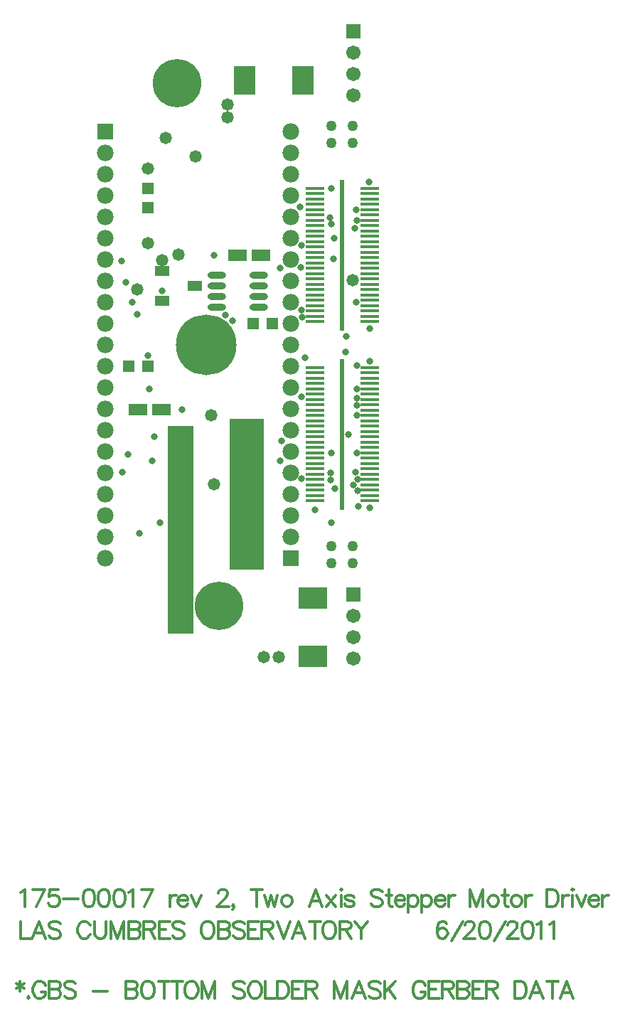
<source format=gbs>
%FSLAX23Y23*%
%MOIN*%
G70*
G01*
G75*
G04 Layer_Color=16711935*
%ADD10R,0.079X0.236*%
%ADD11C,0.008*%
%ADD12C,0.007*%
%ADD13C,0.050*%
%ADD14C,0.020*%
%ADD15C,0.012*%
%ADD16C,0.012*%
%ADD17C,0.012*%
%ADD18R,0.070X0.070*%
%ADD19C,0.070*%
%ADD20C,0.219*%
%ADD21C,0.276*%
%ADD22C,0.059*%
%ADD23R,0.059X0.059*%
%ADD24C,0.050*%
%ADD25C,0.024*%
%ADD26C,0.040*%
%ADD27C,0.080*%
G04:AMPARAMS|DCode=28|XSize=100mil|YSize=100mil|CornerRadius=0mil|HoleSize=0mil|Usage=FLASHONLY|Rotation=0.000|XOffset=0mil|YOffset=0mil|HoleType=Round|Shape=Relief|Width=10mil|Gap=10mil|Entries=4|*
%AMTHD28*
7,0,0,0.100,0.080,0.010,45*
%
%ADD28THD28*%
%ADD29C,0.206*%
%ADD30C,0.197*%
%ADD31C,0.075*%
G04:AMPARAMS|DCode=32|XSize=85mil|YSize=85mil|CornerRadius=0mil|HoleSize=0mil|Usage=FLASHONLY|Rotation=0.000|XOffset=0mil|YOffset=0mil|HoleType=Round|Shape=Relief|Width=10mil|Gap=10mil|Entries=4|*
%AMTHD32*
7,0,0,0.085,0.065,0.010,45*
%
%ADD32THD32*%
%ADD33C,0.065*%
G04:AMPARAMS|DCode=34|XSize=70mil|YSize=70mil|CornerRadius=0mil|HoleSize=0mil|Usage=FLASHONLY|Rotation=0.000|XOffset=0mil|YOffset=0mil|HoleType=Round|Shape=Relief|Width=10mil|Gap=10mil|Entries=4|*
%AMTHD34*
7,0,0,0.070,0.050,0.010,45*
%
%ADD34THD34*%
%ADD35C,0.068*%
G04:AMPARAMS|DCode=36|XSize=88mil|YSize=88mil|CornerRadius=0mil|HoleSize=0mil|Usage=FLASHONLY|Rotation=0.000|XOffset=0mil|YOffset=0mil|HoleType=Round|Shape=Relief|Width=10mil|Gap=10mil|Entries=4|*
%AMTHD36*
7,0,0,0.088,0.068,0.010,45*
%
%ADD36THD36*%
%ADD37C,0.075*%
%ADD38C,0.010*%
%ADD39R,0.094X0.130*%
%ADD40R,0.050X0.050*%
%ADD41R,0.078X0.048*%
%ADD42R,0.050X0.050*%
%ADD43R,0.059X0.039*%
%ADD44R,0.085X0.016*%
%ADD45R,0.020X0.709*%
%ADD46R,0.130X0.094*%
%ADD47O,0.079X0.024*%
%ADD48C,0.005*%
%ADD49C,0.030*%
%ADD50C,0.008*%
%ADD51C,0.006*%
%ADD52C,0.015*%
%ADD53R,0.149X0.227*%
%ADD54R,0.087X0.244*%
%ADD55R,0.078X0.078*%
%ADD56C,0.078*%
%ADD57C,0.227*%
%ADD58C,0.284*%
%ADD59C,0.067*%
%ADD60R,0.067X0.067*%
%ADD61C,0.032*%
%ADD62C,0.058*%
%ADD63R,0.160X0.710*%
%ADD64R,0.120X0.972*%
%ADD65R,0.102X0.138*%
%ADD66R,0.058X0.058*%
%ADD67R,0.086X0.056*%
%ADD68R,0.058X0.058*%
%ADD69R,0.067X0.047*%
%ADD70R,0.138X0.102*%
%ADD71O,0.087X0.032*%
D15*
X31016Y18832D02*
Y18786D01*
X30997Y18821D02*
X31035Y18798D01*
Y18821D02*
X30997Y18798D01*
X31055Y18760D02*
X31051Y18756D01*
X31055Y18752D01*
X31059Y18756D01*
X31055Y18760D01*
X31133Y18813D02*
X31130Y18821D01*
X31122Y18828D01*
X31114Y18832D01*
X31099D01*
X31092Y18828D01*
X31084Y18821D01*
X31080Y18813D01*
X31076Y18802D01*
Y18783D01*
X31080Y18771D01*
X31084Y18763D01*
X31092Y18756D01*
X31099Y18752D01*
X31114D01*
X31122Y18756D01*
X31130Y18763D01*
X31133Y18771D01*
Y18783D01*
X31114D02*
X31133D01*
X31152Y18832D02*
Y18752D01*
Y18832D02*
X31186D01*
X31197Y18828D01*
X31201Y18824D01*
X31205Y18817D01*
Y18809D01*
X31201Y18802D01*
X31197Y18798D01*
X31186Y18794D01*
X31152D02*
X31186D01*
X31197Y18790D01*
X31201Y18786D01*
X31205Y18779D01*
Y18767D01*
X31201Y18760D01*
X31197Y18756D01*
X31186Y18752D01*
X31152D01*
X31276Y18821D02*
X31269Y18828D01*
X31257Y18832D01*
X31242D01*
X31231Y18828D01*
X31223Y18821D01*
Y18813D01*
X31227Y18805D01*
X31231Y18802D01*
X31238Y18798D01*
X31261Y18790D01*
X31269Y18786D01*
X31273Y18783D01*
X31276Y18775D01*
Y18763D01*
X31269Y18756D01*
X31257Y18752D01*
X31242D01*
X31231Y18756D01*
X31223Y18763D01*
X31357Y18786D02*
X31426D01*
X31512Y18832D02*
Y18752D01*
Y18832D02*
X31546D01*
X31558Y18828D01*
X31562Y18824D01*
X31565Y18817D01*
Y18809D01*
X31562Y18802D01*
X31558Y18798D01*
X31546Y18794D01*
X31512D02*
X31546D01*
X31558Y18790D01*
X31562Y18786D01*
X31565Y18779D01*
Y18767D01*
X31562Y18760D01*
X31558Y18756D01*
X31546Y18752D01*
X31512D01*
X31606Y18832D02*
X31599Y18828D01*
X31591Y18821D01*
X31587Y18813D01*
X31583Y18802D01*
Y18783D01*
X31587Y18771D01*
X31591Y18763D01*
X31599Y18756D01*
X31606Y18752D01*
X31621D01*
X31629Y18756D01*
X31637Y18763D01*
X31640Y18771D01*
X31644Y18783D01*
Y18802D01*
X31640Y18813D01*
X31637Y18821D01*
X31629Y18828D01*
X31621Y18832D01*
X31606D01*
X31690D02*
Y18752D01*
X31663Y18832D02*
X31716D01*
X31752D02*
Y18752D01*
X31726Y18832D02*
X31779D01*
X31811D02*
X31804Y18828D01*
X31796Y18821D01*
X31792Y18813D01*
X31789Y18802D01*
Y18783D01*
X31792Y18771D01*
X31796Y18763D01*
X31804Y18756D01*
X31811Y18752D01*
X31827D01*
X31834Y18756D01*
X31842Y18763D01*
X31846Y18771D01*
X31850Y18783D01*
Y18802D01*
X31846Y18813D01*
X31842Y18821D01*
X31834Y18828D01*
X31827Y18832D01*
X31811D01*
X31868D02*
Y18752D01*
Y18832D02*
X31899Y18752D01*
X31929Y18832D02*
X31899Y18752D01*
X31929Y18832D02*
Y18752D01*
X32068Y18821D02*
X32061Y18828D01*
X32049Y18832D01*
X32034D01*
X32022Y18828D01*
X32015Y18821D01*
Y18813D01*
X32019Y18805D01*
X32022Y18802D01*
X32030Y18798D01*
X32053Y18790D01*
X32061Y18786D01*
X32064Y18783D01*
X32068Y18775D01*
Y18763D01*
X32061Y18756D01*
X32049Y18752D01*
X32034D01*
X32022Y18756D01*
X32015Y18763D01*
X32109Y18832D02*
X32101Y18828D01*
X32094Y18821D01*
X32090Y18813D01*
X32086Y18802D01*
Y18783D01*
X32090Y18771D01*
X32094Y18763D01*
X32101Y18756D01*
X32109Y18752D01*
X32124D01*
X32132Y18756D01*
X32139Y18763D01*
X32143Y18771D01*
X32147Y18783D01*
Y18802D01*
X32143Y18813D01*
X32139Y18821D01*
X32132Y18828D01*
X32124Y18832D01*
X32109D01*
X32166D02*
Y18752D01*
X32211D01*
X32220Y18832D02*
Y18752D01*
Y18832D02*
X32247D01*
X32258Y18828D01*
X32266Y18821D01*
X32270Y18813D01*
X32273Y18802D01*
Y18783D01*
X32270Y18771D01*
X32266Y18763D01*
X32258Y18756D01*
X32247Y18752D01*
X32220D01*
X32341Y18832D02*
X32291D01*
Y18752D01*
X32341D01*
X32291Y18794D02*
X32322D01*
X32354Y18832D02*
Y18752D01*
Y18832D02*
X32388D01*
X32400Y18828D01*
X32404Y18824D01*
X32408Y18817D01*
Y18809D01*
X32404Y18802D01*
X32400Y18798D01*
X32388Y18794D01*
X32354D01*
X32381D02*
X32408Y18752D01*
X32488Y18832D02*
Y18752D01*
Y18832D02*
X32519Y18752D01*
X32549Y18832D02*
X32519Y18752D01*
X32549Y18832D02*
Y18752D01*
X32633D02*
X32603Y18832D01*
X32572Y18752D01*
X32583Y18779D02*
X32622D01*
X32705Y18821D02*
X32697Y18828D01*
X32686Y18832D01*
X32671D01*
X32659Y18828D01*
X32652Y18821D01*
Y18813D01*
X32655Y18805D01*
X32659Y18802D01*
X32667Y18798D01*
X32690Y18790D01*
X32697Y18786D01*
X32701Y18783D01*
X32705Y18775D01*
Y18763D01*
X32697Y18756D01*
X32686Y18752D01*
X32671D01*
X32659Y18756D01*
X32652Y18763D01*
X32723Y18832D02*
Y18752D01*
X32776Y18832D02*
X32723Y18779D01*
X32742Y18798D02*
X32776Y18752D01*
X32914Y18813D02*
X32910Y18821D01*
X32903Y18828D01*
X32895Y18832D01*
X32880D01*
X32872Y18828D01*
X32865Y18821D01*
X32861Y18813D01*
X32857Y18802D01*
Y18783D01*
X32861Y18771D01*
X32865Y18763D01*
X32872Y18756D01*
X32880Y18752D01*
X32895D01*
X32903Y18756D01*
X32910Y18763D01*
X32914Y18771D01*
Y18783D01*
X32895D02*
X32914D01*
X32982Y18832D02*
X32932D01*
Y18752D01*
X32982D01*
X32932Y18794D02*
X32963D01*
X32995Y18832D02*
Y18752D01*
Y18832D02*
X33029D01*
X33041Y18828D01*
X33045Y18824D01*
X33049Y18817D01*
Y18809D01*
X33045Y18802D01*
X33041Y18798D01*
X33029Y18794D01*
X32995D01*
X33022D02*
X33049Y18752D01*
X33066Y18832D02*
Y18752D01*
Y18832D02*
X33101D01*
X33112Y18828D01*
X33116Y18824D01*
X33120Y18817D01*
Y18809D01*
X33116Y18802D01*
X33112Y18798D01*
X33101Y18794D01*
X33066D02*
X33101D01*
X33112Y18790D01*
X33116Y18786D01*
X33120Y18779D01*
Y18767D01*
X33116Y18760D01*
X33112Y18756D01*
X33101Y18752D01*
X33066D01*
X33187Y18832D02*
X33138D01*
Y18752D01*
X33187D01*
X33138Y18794D02*
X33168D01*
X33200Y18832D02*
Y18752D01*
Y18832D02*
X33235D01*
X33246Y18828D01*
X33250Y18824D01*
X33254Y18817D01*
Y18809D01*
X33250Y18802D01*
X33246Y18798D01*
X33235Y18794D01*
X33200D01*
X33227D02*
X33254Y18752D01*
X33335Y18832D02*
Y18752D01*
Y18832D02*
X33361D01*
X33373Y18828D01*
X33380Y18821D01*
X33384Y18813D01*
X33388Y18802D01*
Y18783D01*
X33384Y18771D01*
X33380Y18763D01*
X33373Y18756D01*
X33361Y18752D01*
X33335D01*
X33467D02*
X33436Y18832D01*
X33406Y18752D01*
X33417Y18779D02*
X33455D01*
X33512Y18832D02*
Y18752D01*
X33485Y18832D02*
X33539D01*
X33609Y18752D02*
X33579Y18832D01*
X33548Y18752D01*
X33560Y18779D02*
X33598D01*
D16*
X31018Y19113D02*
Y19033D01*
X31063D01*
X31133D02*
X31103Y19113D01*
X31072Y19033D01*
X31084Y19059D02*
X31122D01*
X31205Y19101D02*
X31198Y19109D01*
X31186Y19113D01*
X31171D01*
X31159Y19109D01*
X31152Y19101D01*
Y19094D01*
X31156Y19086D01*
X31159Y19082D01*
X31167Y19078D01*
X31190Y19071D01*
X31198Y19067D01*
X31201Y19063D01*
X31205Y19055D01*
Y19044D01*
X31198Y19036D01*
X31186Y19033D01*
X31171D01*
X31159Y19036D01*
X31152Y19044D01*
X31343Y19094D02*
X31339Y19101D01*
X31332Y19109D01*
X31324Y19113D01*
X31309D01*
X31301Y19109D01*
X31294Y19101D01*
X31290Y19094D01*
X31286Y19082D01*
Y19063D01*
X31290Y19052D01*
X31294Y19044D01*
X31301Y19036D01*
X31309Y19033D01*
X31324D01*
X31332Y19036D01*
X31339Y19044D01*
X31343Y19052D01*
X31366Y19113D02*
Y19055D01*
X31369Y19044D01*
X31377Y19036D01*
X31388Y19033D01*
X31396D01*
X31407Y19036D01*
X31415Y19044D01*
X31419Y19055D01*
Y19113D01*
X31441D02*
Y19033D01*
Y19113D02*
X31471Y19033D01*
X31502Y19113D02*
X31471Y19033D01*
X31502Y19113D02*
Y19033D01*
X31525Y19113D02*
Y19033D01*
Y19113D02*
X31559D01*
X31570Y19109D01*
X31574Y19105D01*
X31578Y19097D01*
Y19090D01*
X31574Y19082D01*
X31570Y19078D01*
X31559Y19075D01*
X31525D02*
X31559D01*
X31570Y19071D01*
X31574Y19067D01*
X31578Y19059D01*
Y19048D01*
X31574Y19040D01*
X31570Y19036D01*
X31559Y19033D01*
X31525D01*
X31596Y19113D02*
Y19033D01*
Y19113D02*
X31630D01*
X31642Y19109D01*
X31645Y19105D01*
X31649Y19097D01*
Y19090D01*
X31645Y19082D01*
X31642Y19078D01*
X31630Y19075D01*
X31596D01*
X31623D02*
X31649Y19033D01*
X31717Y19113D02*
X31667D01*
Y19033D01*
X31717D01*
X31667Y19075D02*
X31698D01*
X31783Y19101D02*
X31776Y19109D01*
X31764Y19113D01*
X31749D01*
X31738Y19109D01*
X31730Y19101D01*
Y19094D01*
X31734Y19086D01*
X31738Y19082D01*
X31745Y19078D01*
X31768Y19071D01*
X31776Y19067D01*
X31780Y19063D01*
X31783Y19055D01*
Y19044D01*
X31776Y19036D01*
X31764Y19033D01*
X31749D01*
X31738Y19036D01*
X31730Y19044D01*
X31887Y19113D02*
X31879Y19109D01*
X31872Y19101D01*
X31868Y19094D01*
X31864Y19082D01*
Y19063D01*
X31868Y19052D01*
X31872Y19044D01*
X31879Y19036D01*
X31887Y19033D01*
X31902D01*
X31910Y19036D01*
X31917Y19044D01*
X31921Y19052D01*
X31925Y19063D01*
Y19082D01*
X31921Y19094D01*
X31917Y19101D01*
X31910Y19109D01*
X31902Y19113D01*
X31887D01*
X31944D02*
Y19033D01*
Y19113D02*
X31978D01*
X31989Y19109D01*
X31993Y19105D01*
X31997Y19097D01*
Y19090D01*
X31993Y19082D01*
X31989Y19078D01*
X31978Y19075D01*
X31944D02*
X31978D01*
X31989Y19071D01*
X31993Y19067D01*
X31997Y19059D01*
Y19048D01*
X31993Y19040D01*
X31989Y19036D01*
X31978Y19033D01*
X31944D01*
X32068Y19101D02*
X32061Y19109D01*
X32049Y19113D01*
X32034D01*
X32023Y19109D01*
X32015Y19101D01*
Y19094D01*
X32019Y19086D01*
X32023Y19082D01*
X32030Y19078D01*
X32053Y19071D01*
X32061Y19067D01*
X32064Y19063D01*
X32068Y19055D01*
Y19044D01*
X32061Y19036D01*
X32049Y19033D01*
X32034D01*
X32023Y19036D01*
X32015Y19044D01*
X32136Y19113D02*
X32086D01*
Y19033D01*
X32136D01*
X32086Y19075D02*
X32117D01*
X32149Y19113D02*
Y19033D01*
Y19113D02*
X32183D01*
X32195Y19109D01*
X32198Y19105D01*
X32202Y19097D01*
Y19090D01*
X32198Y19082D01*
X32195Y19078D01*
X32183Y19075D01*
X32149D01*
X32176D02*
X32202Y19033D01*
X32220Y19113D02*
X32251Y19033D01*
X32281Y19113D02*
X32251Y19033D01*
X32352D02*
X32322Y19113D01*
X32291Y19033D01*
X32303Y19059D02*
X32341D01*
X32398Y19113D02*
Y19033D01*
X32371Y19113D02*
X32424D01*
X32457D02*
X32449Y19109D01*
X32441Y19101D01*
X32438Y19094D01*
X32434Y19082D01*
Y19063D01*
X32438Y19052D01*
X32441Y19044D01*
X32449Y19036D01*
X32457Y19033D01*
X32472D01*
X32480Y19036D01*
X32487Y19044D01*
X32491Y19052D01*
X32495Y19063D01*
Y19082D01*
X32491Y19094D01*
X32487Y19101D01*
X32480Y19109D01*
X32472Y19113D01*
X32457D01*
X32513D02*
Y19033D01*
Y19113D02*
X32548D01*
X32559Y19109D01*
X32563Y19105D01*
X32567Y19097D01*
Y19090D01*
X32563Y19082D01*
X32559Y19078D01*
X32548Y19075D01*
X32513D01*
X32540D02*
X32567Y19033D01*
X32585Y19113D02*
X32615Y19075D01*
Y19033D01*
X32646Y19113D02*
X32615Y19075D01*
X33016Y19101D02*
X33012Y19109D01*
X33001Y19113D01*
X32993D01*
X32982Y19109D01*
X32974Y19097D01*
X32970Y19078D01*
Y19059D01*
X32974Y19044D01*
X32982Y19036D01*
X32993Y19033D01*
X32997D01*
X33008Y19036D01*
X33016Y19044D01*
X33020Y19055D01*
Y19059D01*
X33016Y19071D01*
X33008Y19078D01*
X32997Y19082D01*
X32993D01*
X32982Y19078D01*
X32974Y19071D01*
X32970Y19059D01*
X33037Y19021D02*
X33090Y19113D01*
X33100Y19094D02*
Y19097D01*
X33103Y19105D01*
X33107Y19109D01*
X33115Y19113D01*
X33130D01*
X33138Y19109D01*
X33142Y19105D01*
X33145Y19097D01*
Y19090D01*
X33142Y19082D01*
X33134Y19071D01*
X33096Y19033D01*
X33149D01*
X33190Y19113D02*
X33178Y19109D01*
X33171Y19097D01*
X33167Y19078D01*
Y19067D01*
X33171Y19048D01*
X33178Y19036D01*
X33190Y19033D01*
X33198D01*
X33209Y19036D01*
X33217Y19048D01*
X33220Y19067D01*
Y19078D01*
X33217Y19097D01*
X33209Y19109D01*
X33198Y19113D01*
X33190D01*
X33238Y19021D02*
X33292Y19113D01*
X33301Y19094D02*
Y19097D01*
X33305Y19105D01*
X33308Y19109D01*
X33316Y19113D01*
X33331D01*
X33339Y19109D01*
X33343Y19105D01*
X33346Y19097D01*
Y19090D01*
X33343Y19082D01*
X33335Y19071D01*
X33297Y19033D01*
X33350D01*
X33391Y19113D02*
X33380Y19109D01*
X33372Y19097D01*
X33368Y19078D01*
Y19067D01*
X33372Y19048D01*
X33380Y19036D01*
X33391Y19033D01*
X33399D01*
X33410Y19036D01*
X33418Y19048D01*
X33421Y19067D01*
Y19078D01*
X33418Y19097D01*
X33410Y19109D01*
X33399Y19113D01*
X33391D01*
X33439Y19097D02*
X33447Y19101D01*
X33458Y19113D01*
Y19033D01*
X33498Y19097D02*
X33506Y19101D01*
X33517Y19113D01*
Y19033D01*
D17*
X31018Y19247D02*
X31025Y19251D01*
X31037Y19263D01*
Y19183D01*
X31130Y19263D02*
X31092Y19183D01*
X31076Y19263D02*
X31130D01*
X31193D02*
X31155D01*
X31151Y19228D01*
X31155Y19232D01*
X31167Y19236D01*
X31178D01*
X31190Y19232D01*
X31197Y19225D01*
X31201Y19213D01*
Y19205D01*
X31197Y19194D01*
X31190Y19186D01*
X31178Y19183D01*
X31167D01*
X31155Y19186D01*
X31151Y19190D01*
X31148Y19198D01*
X31219Y19217D02*
X31287D01*
X31334Y19263D02*
X31322Y19259D01*
X31315Y19247D01*
X31311Y19228D01*
Y19217D01*
X31315Y19198D01*
X31322Y19186D01*
X31334Y19183D01*
X31342D01*
X31353Y19186D01*
X31361Y19198D01*
X31364Y19217D01*
Y19228D01*
X31361Y19247D01*
X31353Y19259D01*
X31342Y19263D01*
X31334D01*
X31405D02*
X31394Y19259D01*
X31386Y19247D01*
X31382Y19228D01*
Y19217D01*
X31386Y19198D01*
X31394Y19186D01*
X31405Y19183D01*
X31413D01*
X31424Y19186D01*
X31432Y19198D01*
X31436Y19217D01*
Y19228D01*
X31432Y19247D01*
X31424Y19259D01*
X31413Y19263D01*
X31405D01*
X31476D02*
X31465Y19259D01*
X31457Y19247D01*
X31454Y19228D01*
Y19217D01*
X31457Y19198D01*
X31465Y19186D01*
X31476Y19183D01*
X31484D01*
X31495Y19186D01*
X31503Y19198D01*
X31507Y19217D01*
Y19228D01*
X31503Y19247D01*
X31495Y19259D01*
X31484Y19263D01*
X31476D01*
X31525Y19247D02*
X31532Y19251D01*
X31544Y19263D01*
Y19183D01*
X31637Y19263D02*
X31599Y19183D01*
X31583Y19263D02*
X31637D01*
X31717Y19236D02*
Y19183D01*
Y19213D02*
X31721Y19225D01*
X31729Y19232D01*
X31736Y19236D01*
X31748D01*
X31755Y19213D02*
X31801D01*
Y19221D01*
X31797Y19228D01*
X31793Y19232D01*
X31786Y19236D01*
X31774D01*
X31767Y19232D01*
X31759Y19225D01*
X31755Y19213D01*
Y19205D01*
X31759Y19194D01*
X31767Y19186D01*
X31774Y19183D01*
X31786D01*
X31793Y19186D01*
X31801Y19194D01*
X31818Y19236D02*
X31841Y19183D01*
X31864Y19236D02*
X31841Y19183D01*
X31943Y19244D02*
Y19247D01*
X31947Y19255D01*
X31951Y19259D01*
X31959Y19263D01*
X31974D01*
X31981Y19259D01*
X31985Y19255D01*
X31989Y19247D01*
Y19240D01*
X31985Y19232D01*
X31978Y19221D01*
X31939Y19183D01*
X31993D01*
X32018Y19186D02*
X32015Y19183D01*
X32011Y19186D01*
X32015Y19190D01*
X32018Y19186D01*
Y19179D01*
X32015Y19171D01*
X32011Y19167D01*
X32125Y19263D02*
Y19183D01*
X32099Y19263D02*
X32152D01*
X32162Y19236D02*
X32177Y19183D01*
X32192Y19236D02*
X32177Y19183D01*
X32192Y19236D02*
X32207Y19183D01*
X32222Y19236D02*
X32207Y19183D01*
X32260Y19236D02*
X32253Y19232D01*
X32245Y19225D01*
X32241Y19213D01*
Y19205D01*
X32245Y19194D01*
X32253Y19186D01*
X32260Y19183D01*
X32272D01*
X32279Y19186D01*
X32287Y19194D01*
X32291Y19205D01*
Y19213D01*
X32287Y19225D01*
X32279Y19232D01*
X32272Y19236D01*
X32260D01*
X32432Y19183D02*
X32401Y19263D01*
X32371Y19183D01*
X32382Y19209D02*
X32421D01*
X32451Y19236D02*
X32493Y19183D01*
Y19236D02*
X32451Y19183D01*
X32517Y19263D02*
X32521Y19259D01*
X32525Y19263D01*
X32521Y19266D01*
X32517Y19263D01*
X32521Y19236D02*
Y19183D01*
X32581Y19225D02*
X32577Y19232D01*
X32565Y19236D01*
X32554D01*
X32542Y19232D01*
X32539Y19225D01*
X32542Y19217D01*
X32550Y19213D01*
X32569Y19209D01*
X32577Y19205D01*
X32581Y19198D01*
Y19194D01*
X32577Y19186D01*
X32565Y19183D01*
X32554D01*
X32542Y19186D01*
X32539Y19194D01*
X32713Y19251D02*
X32706Y19259D01*
X32694Y19263D01*
X32679D01*
X32668Y19259D01*
X32660Y19251D01*
Y19244D01*
X32664Y19236D01*
X32668Y19232D01*
X32675Y19228D01*
X32698Y19221D01*
X32706Y19217D01*
X32710Y19213D01*
X32713Y19205D01*
Y19194D01*
X32706Y19186D01*
X32694Y19183D01*
X32679D01*
X32668Y19186D01*
X32660Y19194D01*
X32743Y19263D02*
Y19198D01*
X32747Y19186D01*
X32754Y19183D01*
X32762D01*
X32731Y19236D02*
X32758D01*
X32773Y19213D02*
X32819D01*
Y19221D01*
X32815Y19228D01*
X32811Y19232D01*
X32804Y19236D01*
X32792D01*
X32785Y19232D01*
X32777Y19225D01*
X32773Y19213D01*
Y19205D01*
X32777Y19194D01*
X32785Y19186D01*
X32792Y19183D01*
X32804D01*
X32811Y19186D01*
X32819Y19194D01*
X32836Y19236D02*
Y19156D01*
Y19225D02*
X32844Y19232D01*
X32851Y19236D01*
X32863D01*
X32870Y19232D01*
X32878Y19225D01*
X32882Y19213D01*
Y19205D01*
X32878Y19194D01*
X32870Y19186D01*
X32863Y19183D01*
X32851D01*
X32844Y19186D01*
X32836Y19194D01*
X32899Y19236D02*
Y19156D01*
Y19225D02*
X32907Y19232D01*
X32914Y19236D01*
X32926D01*
X32933Y19232D01*
X32941Y19225D01*
X32945Y19213D01*
Y19205D01*
X32941Y19194D01*
X32933Y19186D01*
X32926Y19183D01*
X32914D01*
X32907Y19186D01*
X32899Y19194D01*
X32962Y19213D02*
X33007D01*
Y19221D01*
X33004Y19228D01*
X33000Y19232D01*
X32992Y19236D01*
X32981D01*
X32973Y19232D01*
X32966Y19225D01*
X32962Y19213D01*
Y19205D01*
X32966Y19194D01*
X32973Y19186D01*
X32981Y19183D01*
X32992D01*
X33000Y19186D01*
X33007Y19194D01*
X33025Y19236D02*
Y19183D01*
Y19213D02*
X33028Y19225D01*
X33036Y19232D01*
X33044Y19236D01*
X33055D01*
X33125Y19263D02*
Y19183D01*
Y19263D02*
X33156Y19183D01*
X33186Y19263D02*
X33156Y19183D01*
X33186Y19263D02*
Y19183D01*
X33228Y19236D02*
X33220Y19232D01*
X33213Y19225D01*
X33209Y19213D01*
Y19205D01*
X33213Y19194D01*
X33220Y19186D01*
X33228Y19183D01*
X33239D01*
X33247Y19186D01*
X33255Y19194D01*
X33258Y19205D01*
Y19213D01*
X33255Y19225D01*
X33247Y19232D01*
X33239Y19236D01*
X33228D01*
X33287Y19263D02*
Y19198D01*
X33291Y19186D01*
X33299Y19183D01*
X33306D01*
X33276Y19236D02*
X33303D01*
X33337D02*
X33329Y19232D01*
X33322Y19225D01*
X33318Y19213D01*
Y19205D01*
X33322Y19194D01*
X33329Y19186D01*
X33337Y19183D01*
X33348D01*
X33356Y19186D01*
X33364Y19194D01*
X33367Y19205D01*
Y19213D01*
X33364Y19225D01*
X33356Y19232D01*
X33348Y19236D01*
X33337D01*
X33385D02*
Y19183D01*
Y19213D02*
X33389Y19225D01*
X33396Y19232D01*
X33404Y19236D01*
X33415D01*
X33485Y19263D02*
Y19183D01*
Y19263D02*
X33512D01*
X33524Y19259D01*
X33531Y19251D01*
X33535Y19244D01*
X33539Y19232D01*
Y19213D01*
X33535Y19202D01*
X33531Y19194D01*
X33524Y19186D01*
X33512Y19183D01*
X33485D01*
X33557Y19236D02*
Y19183D01*
Y19213D02*
X33560Y19225D01*
X33568Y19232D01*
X33576Y19236D01*
X33587D01*
X33602Y19263D02*
X33606Y19259D01*
X33610Y19263D01*
X33606Y19266D01*
X33602Y19263D01*
X33606Y19236D02*
Y19183D01*
X33624Y19236D02*
X33647Y19183D01*
X33669Y19236D02*
X33647Y19183D01*
X33682Y19213D02*
X33728D01*
Y19221D01*
X33724Y19228D01*
X33720Y19232D01*
X33713Y19236D01*
X33701D01*
X33694Y19232D01*
X33686Y19225D01*
X33682Y19213D01*
Y19205D01*
X33686Y19194D01*
X33694Y19186D01*
X33701Y19183D01*
X33713D01*
X33720Y19186D01*
X33728Y19194D01*
X33745Y19236D02*
Y19183D01*
Y19213D02*
X33749Y19225D01*
X33757Y19232D01*
X33764Y19236D01*
X33776D01*
D24*
X32576Y20871D02*
D03*
X32476D02*
D03*
Y20791D02*
D03*
X32576D02*
D03*
Y22841D02*
D03*
Y22761D02*
D03*
X32476Y22762D02*
D03*
Y22841D02*
D03*
D44*
X32398Y22549D02*
D03*
X32653D02*
D03*
X32398Y22449D02*
D03*
Y22474D02*
D03*
Y22499D02*
D03*
X32653Y22449D02*
D03*
Y22474D02*
D03*
Y22499D02*
D03*
X32398Y22374D02*
D03*
Y22399D02*
D03*
Y22424D02*
D03*
X32653Y22374D02*
D03*
Y22399D02*
D03*
Y22424D02*
D03*
X32398Y22299D02*
D03*
Y22324D02*
D03*
X32653Y22299D02*
D03*
Y22324D02*
D03*
X32398Y22224D02*
D03*
Y22249D02*
D03*
X32653Y22224D02*
D03*
Y22249D02*
D03*
X32398Y22149D02*
D03*
Y22174D02*
D03*
X32653Y22149D02*
D03*
Y22174D02*
D03*
X32398Y22049D02*
D03*
Y22074D02*
D03*
Y22099D02*
D03*
X32653Y22049D02*
D03*
Y22074D02*
D03*
Y22099D02*
D03*
X32398Y21974D02*
D03*
Y21999D02*
D03*
Y22024D02*
D03*
X32653Y21974D02*
D03*
Y21999D02*
D03*
Y22024D02*
D03*
X32398Y21924D02*
D03*
X32653D02*
D03*
X32398Y21659D02*
D03*
Y21684D02*
D03*
X32653Y21659D02*
D03*
Y21684D02*
D03*
X32398Y21584D02*
D03*
Y21609D02*
D03*
X32653Y21584D02*
D03*
Y21609D02*
D03*
X32398Y21509D02*
D03*
Y21534D02*
D03*
X32653Y21509D02*
D03*
Y21534D02*
D03*
X32398Y21409D02*
D03*
Y21434D02*
D03*
Y21459D02*
D03*
X32653Y21409D02*
D03*
Y21434D02*
D03*
Y21459D02*
D03*
X32398Y21334D02*
D03*
Y21359D02*
D03*
Y21384D02*
D03*
X32653Y21334D02*
D03*
Y21359D02*
D03*
Y21384D02*
D03*
X32398Y21259D02*
D03*
Y21284D02*
D03*
X32653Y21259D02*
D03*
Y21284D02*
D03*
X32398Y21184D02*
D03*
Y21209D02*
D03*
X32653Y21184D02*
D03*
Y21209D02*
D03*
X32398Y21109D02*
D03*
Y21134D02*
D03*
X32653Y21109D02*
D03*
Y21134D02*
D03*
X32398Y22524D02*
D03*
X32653D02*
D03*
X32398Y22124D02*
D03*
Y22199D02*
D03*
Y22274D02*
D03*
Y22349D02*
D03*
X32653Y22124D02*
D03*
Y22199D02*
D03*
Y22274D02*
D03*
Y22349D02*
D03*
X32398Y21949D02*
D03*
X32653D02*
D03*
X32398Y21484D02*
D03*
Y21559D02*
D03*
Y21634D02*
D03*
Y21709D02*
D03*
X32653Y21484D02*
D03*
Y21559D02*
D03*
Y21634D02*
D03*
Y21709D02*
D03*
X32398Y21159D02*
D03*
Y21234D02*
D03*
Y21309D02*
D03*
X32653Y21159D02*
D03*
Y21234D02*
D03*
Y21309D02*
D03*
X32398Y21084D02*
D03*
X32653D02*
D03*
D45*
X32526Y21396D02*
D03*
Y22236D02*
D03*
D55*
X31416Y22816D02*
D03*
X32283Y20816D02*
D03*
D56*
X31416Y22716D02*
D03*
Y22616D02*
D03*
Y22516D02*
D03*
Y22416D02*
D03*
Y22316D02*
D03*
Y22216D02*
D03*
Y22116D02*
D03*
Y22016D02*
D03*
Y21916D02*
D03*
Y21816D02*
D03*
Y21716D02*
D03*
Y21616D02*
D03*
Y21516D02*
D03*
Y21416D02*
D03*
Y21316D02*
D03*
Y21216D02*
D03*
Y21116D02*
D03*
Y21016D02*
D03*
Y20916D02*
D03*
Y20816D02*
D03*
X32283Y22816D02*
D03*
Y22716D02*
D03*
Y22616D02*
D03*
Y22516D02*
D03*
Y22416D02*
D03*
Y22316D02*
D03*
Y22216D02*
D03*
Y22116D02*
D03*
Y22016D02*
D03*
Y21916D02*
D03*
Y21816D02*
D03*
Y21716D02*
D03*
Y21616D02*
D03*
Y21516D02*
D03*
Y21416D02*
D03*
Y21316D02*
D03*
Y21216D02*
D03*
Y21116D02*
D03*
Y21016D02*
D03*
Y20916D02*
D03*
D57*
X31751Y23040D02*
D03*
X31948Y20591D02*
D03*
D03*
X31751Y23040D02*
D03*
D58*
X31889Y21816D02*
D03*
D59*
X32578Y20346D02*
D03*
Y20446D02*
D03*
Y20546D02*
D03*
Y22986D02*
D03*
Y23086D02*
D03*
Y23186D02*
D03*
D60*
Y20646D02*
D03*
Y23286D02*
D03*
D61*
X32233Y22175D02*
D03*
X32335Y22280D02*
D03*
X31521Y21300D02*
D03*
X31645Y21385D02*
D03*
X32334Y21187D02*
D03*
X32333Y21979D02*
D03*
X32339Y21945D02*
D03*
X32598Y21186D02*
D03*
X32587Y21218D02*
D03*
X32578Y21159D02*
D03*
X32010Y21928D02*
D03*
X32541Y21782D02*
D03*
X32352Y21754D02*
D03*
X32586Y22363D02*
D03*
X32590Y22448D02*
D03*
X32652Y22577D02*
D03*
X32475Y22549D02*
D03*
X32328Y22460D02*
D03*
X32331Y22177D02*
D03*
X32544Y21856D02*
D03*
X32334Y21573D02*
D03*
X32399Y21042D02*
D03*
X32654Y21053D02*
D03*
X32593Y21565D02*
D03*
X32653Y21737D02*
D03*
X32654Y21892D02*
D03*
X31490Y22208D02*
D03*
X31511Y22108D02*
D03*
X31542Y22015D02*
D03*
X31563Y21957D02*
D03*
X31924Y22236D02*
D03*
X31681Y22068D02*
D03*
X31775Y21511D02*
D03*
X31613Y21766D02*
D03*
X31622Y21608D02*
D03*
X31576Y20932D02*
D03*
X32476Y20981D02*
D03*
X31670D02*
D03*
X32602Y21059D02*
D03*
X31494Y21218D02*
D03*
X32492Y21143D02*
D03*
X31979Y21955D02*
D03*
X32241Y21365D02*
D03*
X31634Y21273D02*
D03*
X32236Y21272D02*
D03*
X32555Y21395D02*
D03*
X32593Y21530D02*
D03*
X32595Y21484D02*
D03*
X32598Y21132D02*
D03*
X32489Y22316D02*
D03*
X32486Y22217D02*
D03*
X32471Y21183D02*
D03*
X32476Y22383D02*
D03*
X32474Y21307D02*
D03*
X32593Y22399D02*
D03*
X32468Y22413D02*
D03*
X32470Y21216D02*
D03*
X32592Y22014D02*
D03*
X32593Y21717D02*
D03*
X32594Y21607D02*
D03*
Y21308D02*
D03*
D62*
X31988Y22881D02*
D03*
Y22941D02*
D03*
X31613Y22640D02*
D03*
X31614Y22292D02*
D03*
X31564Y22075D02*
D03*
X32573Y22118D02*
D03*
X31681Y22210D02*
D03*
X31698Y22784D02*
D03*
X31838Y22697D02*
D03*
X31757Y22237D02*
D03*
X31912Y21484D02*
D03*
X31926Y21162D02*
D03*
X32158Y20351D02*
D03*
X32228D02*
D03*
D63*
X32078Y21116D02*
D03*
D64*
X31769Y20947D02*
D03*
D65*
X32342Y23055D02*
D03*
X32068D02*
D03*
D66*
X31613Y22459D02*
D03*
Y22549D02*
D03*
D67*
X32143Y22236D02*
D03*
X32033D02*
D03*
X31568Y21511D02*
D03*
X31678D02*
D03*
D68*
X31523Y21716D02*
D03*
X31613D02*
D03*
X32198Y21916D02*
D03*
X32108D02*
D03*
D69*
X31681Y22022D02*
D03*
X31835Y22091D02*
D03*
X31681Y22160D02*
D03*
D70*
X32388Y20628D02*
D03*
Y20354D02*
D03*
D71*
X31939Y21991D02*
D03*
Y22041D02*
D03*
Y22091D02*
D03*
Y22141D02*
D03*
X32136Y21991D02*
D03*
Y22041D02*
D03*
Y22091D02*
D03*
Y22141D02*
D03*
M02*

</source>
